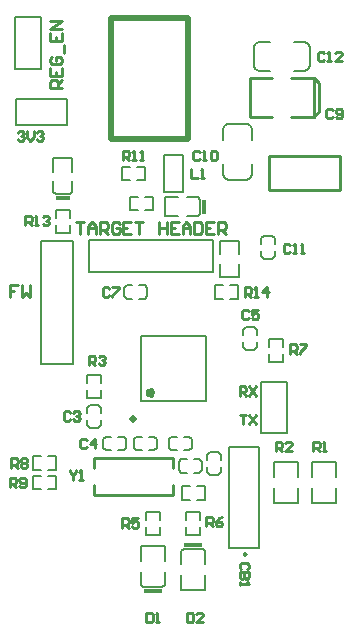
<source format=gto>
G04*
G04 #@! TF.GenerationSoftware,Altium Limited,Altium Designer,20.1.14 (287)*
G04*
G04 Layer_Color=65535*
%FSLAX25Y25*%
%MOIN*%
G70*
G04*
G04 #@! TF.SameCoordinates,4531C12C-93FC-4365-9EE7-7E3AE0C659AD*
G04*
G04*
G04 #@! TF.FilePolarity,Positive*
G04*
G01*
G75*
%ADD10C,0.00787*%
%ADD11C,0.01575*%
%ADD12C,0.01181*%
%ADD13C,0.00984*%
%ADD14C,0.01968*%
%ADD15C,0.01000*%
%ADD16R,0.06299X0.01181*%
%ADD17R,0.01181X0.04724*%
%ADD18R,0.04724X0.01181*%
D10*
X85398Y95161D02*
X86264Y96028D01*
X81736D02*
X82602Y95161D01*
X86264Y101972D02*
X85398Y102839D01*
X82602D02*
X81736Y101972D01*
X41988Y113102D02*
X42854Y112236D01*
Y116764D02*
X41988Y115898D01*
X48799Y112236D02*
X49665Y113102D01*
Y115898D02*
X48799Y116764D01*
X34988Y62602D02*
X35854Y61736D01*
Y66264D02*
X34988Y65398D01*
X41799Y61736D02*
X42665Y62602D01*
Y65398D02*
X41799Y66264D01*
X33398Y69161D02*
X34264Y70028D01*
X29736D02*
X30602Y69161D01*
X34264Y75972D02*
X33398Y76839D01*
X30602D02*
X29736Y75972D01*
X52839Y65398D02*
X51972Y66264D01*
Y61736D02*
X52839Y62602D01*
X46028Y66264D02*
X45161Y65398D01*
Y62602D02*
X46028Y61736D01*
X56835Y62602D02*
X57701Y61736D01*
Y66264D02*
X56835Y65398D01*
X63646Y61736D02*
X64512Y62602D01*
Y65398D02*
X63646Y66264D01*
X91398Y125661D02*
X92264Y126528D01*
X87736D02*
X88602Y125661D01*
X92264Y132472D02*
X91398Y133339D01*
X88602D02*
X87736Y132472D01*
X82900Y152004D02*
X84013Y152465D01*
X84474Y153579D01*
X75026D02*
X75487Y152465D01*
X76600Y152004D01*
Y170547D02*
X75487Y170086D01*
X75026Y168973D01*
X84474D02*
X84013Y170086D01*
X82900Y170547D01*
X103772Y196150D02*
X103310Y197263D01*
X102197Y197724D01*
Y188276D02*
X103310Y188737D01*
X103772Y189850D01*
X85228D02*
X85690Y188737D01*
X86803Y188276D01*
Y197724D02*
X85690Y197263D01*
X85228Y196150D01*
X67839Y57898D02*
X66972Y58764D01*
Y54236D02*
X67839Y55102D01*
X61028Y58764D02*
X60161Y57898D01*
Y55102D02*
X61028Y54236D01*
X73398Y53488D02*
X74264Y54354D01*
X69736D02*
X70602Y53488D01*
X74264Y60299D02*
X73398Y61165D01*
X70602D02*
X69736Y60299D01*
X82602Y95161D02*
X85398D01*
X86264Y96047D02*
Y97819D01*
X81736Y96047D02*
Y97819D01*
X86264Y100181D02*
Y101953D01*
X81736Y100181D02*
Y101953D01*
X82602Y102839D02*
X85398D01*
X90236Y91161D02*
Y93819D01*
Y96181D02*
Y98839D01*
X94764Y91161D02*
Y93819D01*
Y96181D02*
Y98839D01*
X90236Y91161D02*
X94764D01*
X90236Y98839D02*
X94764D01*
X41988Y113102D02*
Y115898D01*
X42874Y112236D02*
X44646D01*
X42874Y116764D02*
X44646D01*
X47008Y112236D02*
X48779D01*
X47008Y116764D02*
X48779D01*
X49665Y113102D02*
Y115898D01*
X34988Y62602D02*
Y65398D01*
X35874Y61736D02*
X37646D01*
X35874Y66264D02*
X37646D01*
X40008Y61736D02*
X41780D01*
X40008Y66264D02*
X41780D01*
X42665Y62602D02*
Y65398D01*
X30602Y69161D02*
X33398D01*
X34264Y70047D02*
Y71819D01*
X29736Y70047D02*
Y71819D01*
X34264Y74181D02*
Y75953D01*
X29736Y74181D02*
Y75953D01*
X30602Y76839D02*
X33398D01*
X72335Y116764D02*
X74992D01*
X77354D02*
X80012D01*
X72335Y112236D02*
X74992D01*
X77354D02*
X80012D01*
X72335D02*
Y116764D01*
X80012Y112236D02*
Y116764D01*
X49236Y33661D02*
Y36319D01*
Y38681D02*
Y41339D01*
X53764Y33661D02*
Y36319D01*
Y38681D02*
Y41339D01*
X49236Y33661D02*
X53764D01*
X49236Y41339D02*
X53764D01*
X62736Y33661D02*
Y36319D01*
Y38681D02*
Y41339D01*
X67264Y33661D02*
Y36319D01*
Y38681D02*
Y41339D01*
X62736Y33661D02*
X67264D01*
X62736Y41339D02*
X67264D01*
X16681Y55236D02*
X19339D01*
X11661D02*
X14319D01*
X16681Y59764D02*
X19339D01*
X11661D02*
X14319D01*
X19339Y55236D02*
Y59764D01*
X11661Y55236D02*
Y59764D01*
X16681Y48736D02*
X19339D01*
X11661D02*
X14319D01*
X16681Y53264D02*
X19339D01*
X11661D02*
X14319D01*
X19339Y48736D02*
Y53264D01*
X11661Y48736D02*
Y53264D01*
X5937Y170169D02*
Y178831D01*
Y170169D02*
X23063D01*
Y178831D01*
X5937D02*
X23063D01*
X60925Y23772D02*
Y28043D01*
X61850Y28969D01*
X68150D02*
X69075Y28102D01*
Y23772D02*
Y28102D01*
Y15032D02*
Y20228D01*
X60925Y15032D02*
Y20228D01*
X61850Y28969D02*
X68150D01*
X60925Y15032D02*
X69075D01*
X55575Y16953D02*
Y21224D01*
X54650Y16028D02*
X55575Y16953D01*
X47425Y16894D02*
X48350Y16028D01*
X47425Y16894D02*
Y21224D01*
Y24768D02*
Y29965D01*
X55575Y24768D02*
Y29965D01*
X48350Y16028D02*
X54650D01*
X47425Y29965D02*
X55575D01*
X41161Y156264D02*
X43819D01*
X46181D02*
X48839D01*
X41161Y151736D02*
X43819D01*
X46181D02*
X48839D01*
X41161D02*
Y156264D01*
X48839Y151736D02*
Y156264D01*
X52839Y62602D02*
Y65398D01*
X50181Y66264D02*
X51953D01*
X50181Y61736D02*
X51953D01*
X46047Y66264D02*
X47819D01*
X46047Y61736D02*
X47819D01*
X45161Y62602D02*
Y65398D01*
X69327Y78173D02*
Y99827D01*
X47673Y78173D02*
Y99827D01*
X69327D01*
X47673Y78173D02*
X69327D01*
X56835Y62602D02*
Y65398D01*
X57721Y61736D02*
X59492D01*
X57721Y66264D02*
X59492D01*
X61854Y61736D02*
X63626D01*
X61854Y66264D02*
X63626D01*
X64512Y62602D02*
Y65398D01*
X71591Y121205D02*
Y131795D01*
X30409D02*
X71591D01*
X30409Y121205D02*
Y131795D01*
Y121205D02*
X71591D01*
X73890Y119457D02*
Y123925D01*
Y131543D02*
X80110D01*
X73890Y119457D02*
X80110D01*
X73890Y127075D02*
Y131543D01*
X80110Y119457D02*
Y123925D01*
Y127075D02*
Y131543D01*
X66618Y146110D02*
X67405Y145350D01*
X66618Y139890D02*
X67405Y140650D01*
X63075Y139890D02*
X66618D01*
X55457D02*
Y146110D01*
X67405Y140650D02*
Y145350D01*
X55457Y139890D02*
X59925D01*
X63075Y146110D02*
X66618D01*
X55457D02*
X59925D01*
X88602Y125661D02*
X91398D01*
X92264Y126547D02*
Y128319D01*
X87736Y126547D02*
Y128319D01*
X92264Y130681D02*
Y132453D01*
X87736Y130681D02*
Y132453D01*
X88602Y133339D02*
X91398D01*
X66181Y45236D02*
X68839D01*
X61161D02*
X63819D01*
X66181Y49764D02*
X68839D01*
X61161D02*
X63819D01*
X68839Y45236D02*
Y49764D01*
X61161Y45236D02*
Y49764D01*
X5669Y206063D02*
X14331D01*
X5669Y188937D02*
Y206063D01*
Y188937D02*
X14331D01*
Y206063D01*
X23764Y139181D02*
Y141839D01*
Y134161D02*
Y136819D01*
X19236Y139181D02*
Y141839D01*
Y134161D02*
Y136819D01*
Y141839D02*
X23764D01*
X19236Y134161D02*
X23764D01*
X23850Y147095D02*
X24610Y147882D01*
X18390D02*
X19150Y147095D01*
X18390Y147882D02*
Y151425D01*
Y159043D02*
X24610D01*
X19150Y147095D02*
X23850D01*
X18390Y154575D02*
Y159043D01*
X24610Y147882D02*
Y151425D01*
Y154575D02*
Y159043D01*
X75026Y165213D02*
Y168972D01*
Y153579D02*
Y157339D01*
X84474Y153579D02*
Y157339D01*
Y165213D02*
Y168972D01*
X76600Y152004D02*
X82900D01*
X76600Y170547D02*
X82900D01*
X55390Y160043D02*
X61610D01*
X55390Y147957D02*
Y160043D01*
Y147957D02*
X61610D01*
Y160043D01*
X86803Y188276D02*
X90563D01*
X98437D02*
X102197D01*
X98437Y197724D02*
X102197D01*
X86803D02*
X90563D01*
X103772Y189850D02*
Y196150D01*
X85228Y189850D02*
Y196150D01*
X77000Y29150D02*
Y62850D01*
X87000D01*
Y29150D02*
Y62850D01*
X77000Y29150D02*
X87000D01*
X67839Y55102D02*
Y57898D01*
X65181Y58764D02*
X66953D01*
X65181Y54236D02*
X66953D01*
X61047Y58764D02*
X62819D01*
X61047Y54236D02*
X62819D01*
X60161Y55102D02*
Y57898D01*
X70602Y53488D02*
X73398D01*
X74264Y54374D02*
Y56146D01*
X69736Y54374D02*
Y56146D01*
X74264Y58508D02*
Y60280D01*
X69736Y58508D02*
Y60280D01*
X70602Y61165D02*
X73398D01*
X112575Y52772D02*
Y57968D01*
Y44032D02*
Y49228D01*
X104425Y44032D02*
Y49228D01*
Y52772D02*
Y57968D01*
X112575D01*
X104425Y44032D02*
X112575D01*
X91925D02*
Y49228D01*
Y52772D02*
Y57968D01*
X100075Y52772D02*
Y57968D01*
Y44032D02*
Y49228D01*
X91925Y44032D02*
X100075D01*
X91925Y57968D02*
X100075D01*
X34264Y84181D02*
Y86839D01*
Y79161D02*
Y81819D01*
X29736Y84181D02*
Y86839D01*
Y79161D02*
Y81819D01*
Y86839D02*
X34264D01*
X29736Y79161D02*
X34264D01*
X14205Y90409D02*
X24795D01*
Y131591D01*
X14205D02*
X24795D01*
X14205Y90409D02*
Y131591D01*
X43988Y146264D02*
X46646D01*
X49008D02*
X51665D01*
X43988Y141736D02*
X46646D01*
X49008D02*
X51665D01*
X43988D02*
Y146264D01*
X51665Y141736D02*
Y146264D01*
X87669Y67500D02*
X96331D01*
Y84626D01*
X87669D02*
X96331D01*
X87669Y67500D02*
Y84626D01*
D11*
X51315Y81028D02*
X50771Y81776D01*
X49891Y81490D01*
Y80565D01*
X50771Y80279D01*
X51315Y81028D01*
D12*
X45508Y72169D02*
X44917Y72760D01*
X44327Y72169D01*
X44917Y71579D01*
X45508Y72169D01*
D13*
X82496Y27256D02*
X81758Y27682D01*
Y26830D01*
X82496Y27256D01*
D14*
X37543Y165472D02*
Y205827D01*
Y165472D02*
X63134D01*
Y205827D01*
X37543D02*
X63134D01*
D15*
X31909Y59299D02*
X58091Y59299D01*
X31909Y55756D02*
Y59299D01*
X58091Y55756D02*
Y59299D01*
X31909Y46701D02*
Y50244D01*
X58091Y46701D02*
Y50244D01*
X31909Y46701D02*
X58091Y46701D01*
X105236Y185996D02*
X106953Y184224D01*
X105236Y173004D02*
X106953Y174776D01*
Y184224D01*
X97650Y173004D02*
X105236D01*
X83764D02*
Y185996D01*
X97650D02*
X105236D01*
X83764Y173004D02*
X91350D01*
X83764Y185996D02*
X91350D01*
X105236Y173004D02*
Y185996D01*
X90189Y148677D02*
X113811D01*
X90189D02*
Y159701D01*
X113811D01*
Y148677D02*
Y159701D01*
X6500Y167624D02*
X7025Y168149D01*
X8074D01*
X8599Y167624D01*
Y167099D01*
X8074Y166574D01*
X7549D01*
X8074D01*
X8599Y166050D01*
Y165525D01*
X8074Y165000D01*
X7025D01*
X6500Y165525D01*
X9649Y168149D02*
Y166050D01*
X10698Y165000D01*
X11748Y166050D01*
Y168149D01*
X12797Y167624D02*
X13322Y168149D01*
X14371D01*
X14896Y167624D01*
Y167099D01*
X14371Y166574D01*
X13847D01*
X14371D01*
X14896Y166050D01*
Y165525D01*
X14371Y165000D01*
X13322D01*
X12797Y165525D01*
X26000Y137936D02*
X28624D01*
X27312D01*
Y134000D01*
X29936D02*
Y136624D01*
X31248Y137936D01*
X32560Y136624D01*
Y134000D01*
Y135968D01*
X29936D01*
X33871Y134000D02*
Y137936D01*
X35839D01*
X36495Y137280D01*
Y135968D01*
X35839Y135312D01*
X33871D01*
X35183D02*
X36495Y134000D01*
X40431Y137280D02*
X39775Y137936D01*
X38463D01*
X37807Y137280D01*
Y134656D01*
X38463Y134000D01*
X39775D01*
X40431Y134656D01*
Y135968D01*
X39119D01*
X44367Y137936D02*
X41743D01*
Y134000D01*
X44367D01*
X41743Y135968D02*
X43055D01*
X45679Y137936D02*
X48303D01*
X46991D01*
Y134000D01*
X53550Y137936D02*
Y134000D01*
Y135968D01*
X56174D01*
Y137936D01*
Y134000D01*
X60110Y137936D02*
X57486D01*
Y134000D01*
X60110D01*
X57486Y135968D02*
X58798D01*
X61422Y134000D02*
Y136624D01*
X62734Y137936D01*
X64046Y136624D01*
Y134000D01*
Y135968D01*
X61422D01*
X65357Y137936D02*
Y134000D01*
X67325D01*
X67981Y134656D01*
Y137280D01*
X67325Y137936D01*
X65357D01*
X71917D02*
X69293D01*
Y134000D01*
X71917D01*
X69293Y135968D02*
X70605D01*
X73229Y134000D02*
Y137936D01*
X75197D01*
X75853Y137280D01*
Y135968D01*
X75197Y135312D01*
X73229D01*
X74541D02*
X75853Y134000D01*
X6624Y116936D02*
X4000D01*
Y114968D01*
X5312D01*
X4000D01*
Y113000D01*
X7936Y116936D02*
Y113000D01*
X9248Y114312D01*
X10560Y113000D01*
Y116936D01*
X21344Y182500D02*
X17408D01*
Y184468D01*
X18064Y185124D01*
X19376D01*
X20032Y184468D01*
Y182500D01*
Y183812D02*
X21344Y185124D01*
X17408Y189060D02*
Y186436D01*
X21344D01*
Y189060D01*
X19376Y186436D02*
Y187748D01*
X18064Y192995D02*
X17408Y192339D01*
Y191027D01*
X18064Y190372D01*
X20688D01*
X21344Y191027D01*
Y192339D01*
X20688Y192995D01*
X19376D01*
Y191683D01*
X22000Y194307D02*
Y196931D01*
X17408Y200867D02*
Y198243D01*
X21344D01*
Y200867D01*
X19376Y198243D02*
Y199555D01*
X21344Y202179D02*
X17408D01*
X21344Y204802D01*
X17408D01*
X80500Y73649D02*
X82599D01*
X81550D01*
Y70500D01*
X83649Y73649D02*
X85748Y70500D01*
Y73649D02*
X83649Y70500D01*
X80500Y80000D02*
Y83149D01*
X82074D01*
X82599Y82624D01*
Y81574D01*
X82074Y81050D01*
X80500D01*
X81550D02*
X82599Y80000D01*
X83649Y83149D02*
X85748Y80000D01*
Y83149D02*
X83649Y80000D01*
X23901Y55074D02*
Y54549D01*
X24950Y53500D01*
X26000Y54549D01*
Y55074D01*
X24950Y53500D02*
Y51926D01*
X27049D02*
X28099D01*
X27574D01*
Y55074D01*
X27049Y54549D01*
X82237Y112926D02*
Y116074D01*
X83812D01*
X84337Y115550D01*
Y114500D01*
X83812Y113975D01*
X82237D01*
X83287D02*
X84337Y112926D01*
X85386D02*
X86436D01*
X85911D01*
Y116074D01*
X85386Y115550D01*
X89584Y112926D02*
Y116074D01*
X88010Y114500D01*
X90109D01*
X9064Y136752D02*
Y139901D01*
X10639D01*
X11163Y139376D01*
Y138327D01*
X10639Y137802D01*
X9064D01*
X10114D02*
X11163Y136752D01*
X12213D02*
X13262D01*
X12738D01*
Y139901D01*
X12213Y139376D01*
X14837D02*
X15361Y139901D01*
X16411D01*
X16936Y139376D01*
Y138851D01*
X16411Y138327D01*
X15886D01*
X16411D01*
X16936Y137802D01*
Y137277D01*
X16411Y136752D01*
X15361D01*
X14837Y137277D01*
X41589Y158426D02*
Y161574D01*
X43163D01*
X43688Y161049D01*
Y160000D01*
X43163Y159475D01*
X41589D01*
X42639D02*
X43688Y158426D01*
X44738D02*
X45787D01*
X45262D01*
Y161574D01*
X44738Y161049D01*
X47361Y158426D02*
X48411D01*
X47886D01*
Y161574D01*
X47361Y161049D01*
X3876Y49426D02*
Y52574D01*
X5451D01*
X5975Y52049D01*
Y51000D01*
X5451Y50475D01*
X3876D01*
X4926D02*
X5975Y49426D01*
X7025Y49951D02*
X7549Y49426D01*
X8599D01*
X9124Y49951D01*
Y52049D01*
X8599Y52574D01*
X7549D01*
X7025Y52049D01*
Y51525D01*
X7549Y51000D01*
X9124D01*
X4376Y55926D02*
Y59074D01*
X5951D01*
X6475Y58549D01*
Y57500D01*
X5951Y56975D01*
X4376D01*
X5426D02*
X6475Y55926D01*
X7525Y58549D02*
X8049Y59074D01*
X9099D01*
X9624Y58549D01*
Y58025D01*
X9099Y57500D01*
X9624Y56975D01*
Y56450D01*
X9099Y55926D01*
X8049D01*
X7525Y56450D01*
Y56975D01*
X8049Y57500D01*
X7525Y58025D01*
Y58549D01*
X8049Y57500D02*
X9099D01*
X97376Y93926D02*
Y97074D01*
X98950D01*
X99475Y96549D01*
Y95500D01*
X98950Y94975D01*
X97376D01*
X98426D02*
X99475Y93926D01*
X100525Y97074D02*
X102624D01*
Y96549D01*
X100525Y94450D01*
Y93926D01*
X69376Y36426D02*
Y39574D01*
X70951D01*
X71475Y39050D01*
Y38000D01*
X70951Y37475D01*
X69376D01*
X70426D02*
X71475Y36426D01*
X74624Y39574D02*
X73574Y39050D01*
X72525Y38000D01*
Y36950D01*
X73049Y36426D01*
X74099D01*
X74624Y36950D01*
Y37475D01*
X74099Y38000D01*
X72525D01*
X41376Y35926D02*
Y39074D01*
X42950D01*
X43475Y38550D01*
Y37500D01*
X42950Y36975D01*
X41376D01*
X42426D02*
X43475Y35926D01*
X46624Y39074D02*
X44525D01*
Y37500D01*
X45574Y38025D01*
X46099D01*
X46624Y37500D01*
Y36450D01*
X46099Y35926D01*
X45050D01*
X44525Y36450D01*
X30300Y90200D02*
Y93349D01*
X31874D01*
X32399Y92824D01*
Y91774D01*
X31874Y91250D01*
X30300D01*
X31350D02*
X32399Y90200D01*
X33449Y92824D02*
X33973Y93349D01*
X35023D01*
X35548Y92824D01*
Y92299D01*
X35023Y91774D01*
X34498D01*
X35023D01*
X35548Y91250D01*
Y90725D01*
X35023Y90200D01*
X33973D01*
X33449Y90725D01*
X92500Y61400D02*
Y64549D01*
X94074D01*
X94599Y64024D01*
Y62974D01*
X94074Y62450D01*
X92500D01*
X93550D02*
X94599Y61400D01*
X97748D02*
X95649D01*
X97748Y63499D01*
Y64024D01*
X97223Y64549D01*
X96173D01*
X95649Y64024D01*
X105000Y61400D02*
Y64549D01*
X106574D01*
X107099Y64024D01*
Y62974D01*
X106574Y62450D01*
X105000D01*
X106050D02*
X107099Y61400D01*
X108149D02*
X109198D01*
X108673D01*
Y64549D01*
X108149Y64024D01*
X64401Y155574D02*
Y152426D01*
X66500D01*
X67550D02*
X68599D01*
X68074D01*
Y155574D01*
X67550Y155050D01*
X62876Y7574D02*
Y4426D01*
X64451D01*
X64975Y4950D01*
Y7050D01*
X64451Y7574D01*
X62876D01*
X68124Y4426D02*
X66025D01*
X68124Y6525D01*
Y7050D01*
X67599Y7574D01*
X66549D01*
X66025Y7050D01*
X49401Y7574D02*
Y4426D01*
X50975D01*
X51500Y4950D01*
Y7050D01*
X50975Y7574D01*
X49401D01*
X52549Y4426D02*
X53599D01*
X53074D01*
Y7574D01*
X52549Y7050D01*
X83049Y22074D02*
X83574Y22599D01*
Y23649D01*
X83049Y24173D01*
X80950D01*
X80426Y23649D01*
Y22599D01*
X80950Y22074D01*
X83574Y21025D02*
X80426D01*
Y19451D01*
X80950Y18926D01*
X81475D01*
X82000Y19451D01*
Y21025D01*
Y19451D01*
X82525Y18926D01*
X83049D01*
X83574Y19451D01*
Y21025D01*
X80426Y17876D02*
Y16827D01*
Y17351D01*
X83574D01*
X83049Y17876D01*
X108663Y194050D02*
X108139Y194574D01*
X107089D01*
X106564Y194050D01*
Y191951D01*
X107089Y191426D01*
X108139D01*
X108663Y191951D01*
X109713Y191426D02*
X110762D01*
X110238D01*
Y194574D01*
X109713Y194050D01*
X114436Y191426D02*
X112337D01*
X114436Y193525D01*
Y194050D01*
X113911Y194574D01*
X112861D01*
X112337Y194050D01*
X97188Y130050D02*
X96663Y130574D01*
X95614D01*
X95089Y130050D01*
Y127951D01*
X95614Y127426D01*
X96663D01*
X97188Y127951D01*
X98238Y127426D02*
X99287D01*
X98762D01*
Y130574D01*
X98238Y130050D01*
X100862Y127426D02*
X101911D01*
X101386D01*
Y130574D01*
X100862Y130050D01*
X67163Y161049D02*
X66639Y161574D01*
X65589D01*
X65064Y161049D01*
Y158950D01*
X65589Y158426D01*
X66639D01*
X67163Y158950D01*
X68213Y158426D02*
X69262D01*
X68738D01*
Y161574D01*
X68213Y161049D01*
X70837D02*
X71362Y161574D01*
X72411D01*
X72936Y161049D01*
Y158950D01*
X72411Y158426D01*
X71362D01*
X70837Y158950D01*
Y161049D01*
X111475Y175049D02*
X110951Y175574D01*
X109901D01*
X109376Y175049D01*
Y172950D01*
X109901Y172426D01*
X110951D01*
X111475Y172950D01*
X112525D02*
X113049Y172426D01*
X114099D01*
X114624Y172950D01*
Y175049D01*
X114099Y175574D01*
X113049D01*
X112525Y175049D01*
Y174525D01*
X113049Y174000D01*
X114624D01*
X36975Y115550D02*
X36450Y116074D01*
X35401D01*
X34876Y115550D01*
Y113451D01*
X35401Y112926D01*
X36450D01*
X36975Y113451D01*
X38025Y116074D02*
X40124D01*
Y115550D01*
X38025Y113451D01*
Y112926D01*
X83475Y108049D02*
X82951Y108574D01*
X81901D01*
X81376Y108049D01*
Y105950D01*
X81901Y105426D01*
X82951D01*
X83475Y105950D01*
X86624Y108574D02*
X84525D01*
Y107000D01*
X85574Y107525D01*
X86099D01*
X86624Y107000D01*
Y105950D01*
X86099Y105426D01*
X85049D01*
X84525Y105950D01*
X29475Y65049D02*
X28951Y65574D01*
X27901D01*
X27376Y65049D01*
Y62950D01*
X27901Y62426D01*
X28951D01*
X29475Y62950D01*
X32099Y62426D02*
Y65574D01*
X30525Y64000D01*
X32624D01*
X23975Y74223D02*
X23450Y74748D01*
X22401D01*
X21876Y74223D01*
Y72124D01*
X22401Y71599D01*
X23450D01*
X23975Y72124D01*
X25025Y74223D02*
X25550Y74748D01*
X26599D01*
X27124Y74223D01*
Y73698D01*
X26599Y73173D01*
X26074D01*
X26599D01*
X27124Y72649D01*
Y72124D01*
X26599Y71599D01*
X25550D01*
X25025Y72124D01*
D16*
X65000Y30248D02*
D03*
X51500Y14748D02*
D03*
D17*
X68685Y143000D02*
D03*
D18*
X21500Y145815D02*
D03*
M02*

</source>
